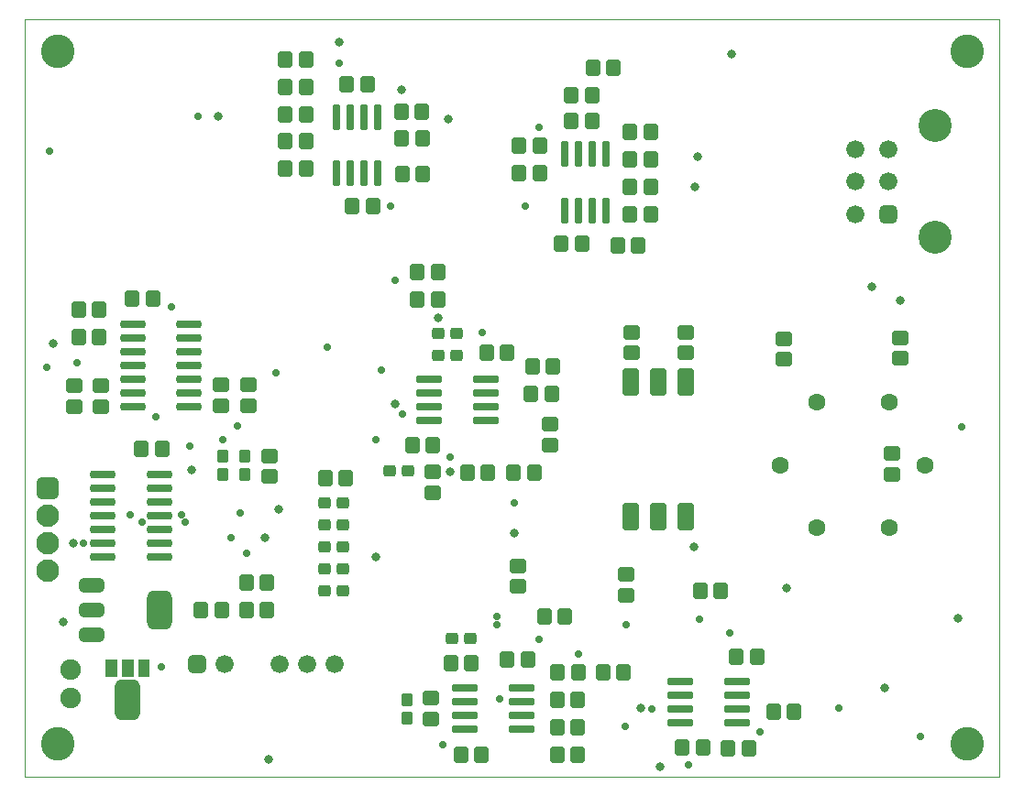
<source format=gts>
G04*
G04 #@! TF.GenerationSoftware,Altium Limited,Altium Designer,24.0.1 (36)*
G04*
G04 Layer_Color=8388736*
%FSLAX44Y44*%
%MOMM*%
G71*
G04*
G04 #@! TF.SameCoordinates,0B949CC5-81DD-4DDC-A94B-3872E86EF17A*
G04*
G04*
G04 #@! TF.FilePolarity,Negative*
G04*
G01*
G75*
%ADD12C,0.1000*%
G04:AMPARAMS|DCode=14|XSize=1.6mm|YSize=1.4mm|CornerRadius=0.375mm|HoleSize=0mm|Usage=FLASHONLY|Rotation=270.000|XOffset=0mm|YOffset=0mm|HoleType=Round|Shape=RoundedRectangle|*
%AMROUNDEDRECTD14*
21,1,1.6000,0.6500,0,0,270.0*
21,1,0.8500,1.4000,0,0,270.0*
1,1,0.7500,-0.3250,-0.4250*
1,1,0.7500,-0.3250,0.4250*
1,1,0.7500,0.3250,0.4250*
1,1,0.7500,0.3250,-0.4250*
%
%ADD14ROUNDEDRECTD14*%
%ADD15C,0.8000*%
G04:AMPARAMS|DCode=16|XSize=0.7mm|YSize=2.3mm|CornerRadius=0.2mm|HoleSize=0mm|Usage=FLASHONLY|Rotation=90.000|XOffset=0mm|YOffset=0mm|HoleType=Round|Shape=RoundedRectangle|*
%AMROUNDEDRECTD16*
21,1,0.7000,1.9000,0,0,90.0*
21,1,0.3000,2.3000,0,0,90.0*
1,1,0.4000,0.9500,0.1500*
1,1,0.4000,0.9500,-0.1500*
1,1,0.4000,-0.9500,-0.1500*
1,1,0.4000,-0.9500,0.1500*
%
%ADD16ROUNDEDRECTD16*%
G04:AMPARAMS|DCode=17|XSize=0.7mm|YSize=2.35mm|CornerRadius=0.2mm|HoleSize=0mm|Usage=FLASHONLY|Rotation=90.000|XOffset=0mm|YOffset=0mm|HoleType=Round|Shape=RoundedRectangle|*
%AMROUNDEDRECTD17*
21,1,0.7000,1.9500,0,0,90.0*
21,1,0.3000,2.3500,0,0,90.0*
1,1,0.4000,0.9750,0.1500*
1,1,0.4000,0.9750,-0.1500*
1,1,0.4000,-0.9750,-0.1500*
1,1,0.4000,-0.9750,0.1500*
%
%ADD17ROUNDEDRECTD17*%
G04:AMPARAMS|DCode=18|XSize=1.6mm|YSize=1.4mm|CornerRadius=0.375mm|HoleSize=0mm|Usage=FLASHONLY|Rotation=180.000|XOffset=0mm|YOffset=0mm|HoleType=Round|Shape=RoundedRectangle|*
%AMROUNDEDRECTD18*
21,1,1.6000,0.6500,0,0,180.0*
21,1,0.8500,1.4000,0,0,180.0*
1,1,0.7500,-0.4250,0.3250*
1,1,0.7500,0.4250,0.3250*
1,1,0.7500,0.4250,-0.3250*
1,1,0.7500,-0.4250,-0.3250*
%
%ADD18ROUNDEDRECTD18*%
G04:AMPARAMS|DCode=19|XSize=1.1mm|YSize=1.2mm|CornerRadius=0.3mm|HoleSize=0mm|Usage=FLASHONLY|Rotation=0.000|XOffset=0mm|YOffset=0mm|HoleType=Round|Shape=RoundedRectangle|*
%AMROUNDEDRECTD19*
21,1,1.1000,0.6000,0,0,0.0*
21,1,0.5000,1.2000,0,0,0.0*
1,1,0.6000,0.2500,-0.3000*
1,1,0.6000,-0.2500,-0.3000*
1,1,0.6000,-0.2500,0.3000*
1,1,0.6000,0.2500,0.3000*
%
%ADD19ROUNDEDRECTD19*%
G04:AMPARAMS|DCode=20|XSize=1.1mm|YSize=1.2mm|CornerRadius=0.3mm|HoleSize=0mm|Usage=FLASHONLY|Rotation=90.000|XOffset=0mm|YOffset=0mm|HoleType=Round|Shape=RoundedRectangle|*
%AMROUNDEDRECTD20*
21,1,1.1000,0.6000,0,0,90.0*
21,1,0.5000,1.2000,0,0,90.0*
1,1,0.6000,0.3000,0.2500*
1,1,0.6000,0.3000,-0.2500*
1,1,0.6000,-0.3000,-0.2500*
1,1,0.6000,-0.3000,0.2500*
%
%ADD20ROUNDEDRECTD20*%
G04:AMPARAMS|DCode=21|XSize=2.6mm|YSize=1.6mm|CornerRadius=0.425mm|HoleSize=0mm|Usage=FLASHONLY|Rotation=90.000|XOffset=0mm|YOffset=0mm|HoleType=Round|Shape=RoundedRectangle|*
%AMROUNDEDRECTD21*
21,1,2.6000,0.7500,0,0,90.0*
21,1,1.7500,1.6000,0,0,90.0*
1,1,0.8500,0.3750,0.8750*
1,1,0.8500,0.3750,-0.8750*
1,1,0.8500,-0.3750,-0.8750*
1,1,0.8500,-0.3750,0.8750*
%
%ADD21ROUNDEDRECTD21*%
G04:AMPARAMS|DCode=22|XSize=2.3mm|YSize=3.8mm|CornerRadius=0.6mm|HoleSize=0mm|Usage=FLASHONLY|Rotation=180.000|XOffset=0mm|YOffset=0mm|HoleType=Round|Shape=RoundedRectangle|*
%AMROUNDEDRECTD22*
21,1,2.3000,2.6000,0,0,180.0*
21,1,1.1000,3.8000,0,0,180.0*
1,1,1.2000,-0.5500,1.3000*
1,1,1.2000,0.5500,1.3000*
1,1,1.2000,0.5500,-1.3000*
1,1,1.2000,-0.5500,-1.3000*
%
%ADD22ROUNDEDRECTD22*%
G04:AMPARAMS|DCode=23|XSize=1.3mm|YSize=2.3mm|CornerRadius=0.35mm|HoleSize=0mm|Usage=FLASHONLY|Rotation=90.000|XOffset=0mm|YOffset=0mm|HoleType=Round|Shape=RoundedRectangle|*
%AMROUNDEDRECTD23*
21,1,1.3000,1.6000,0,0,90.0*
21,1,0.6000,2.3000,0,0,90.0*
1,1,0.7000,0.8000,0.3000*
1,1,0.7000,0.8000,-0.3000*
1,1,0.7000,-0.8000,-0.3000*
1,1,0.7000,-0.8000,0.3000*
%
%ADD23ROUNDEDRECTD23*%
G04:AMPARAMS|DCode=24|XSize=3.6mm|YSize=2.3mm|CornerRadius=0.6mm|HoleSize=0mm|Usage=FLASHONLY|Rotation=90.000|XOffset=0mm|YOffset=0mm|HoleType=Round|Shape=RoundedRectangle|*
%AMROUNDEDRECTD24*
21,1,3.6000,1.1000,0,0,90.0*
21,1,2.4000,2.3000,0,0,90.0*
1,1,1.2000,0.5500,1.2000*
1,1,1.2000,0.5500,-1.2000*
1,1,1.2000,-0.5500,-1.2000*
1,1,1.2000,-0.5500,1.2000*
%
%ADD24ROUNDEDRECTD24*%
G04:AMPARAMS|DCode=25|XSize=0.7mm|YSize=2.35mm|CornerRadius=0.2mm|HoleSize=0mm|Usage=FLASHONLY|Rotation=180.000|XOffset=0mm|YOffset=0mm|HoleType=Round|Shape=RoundedRectangle|*
%AMROUNDEDRECTD25*
21,1,0.7000,1.9500,0,0,180.0*
21,1,0.3000,2.3500,0,0,180.0*
1,1,0.4000,-0.1500,0.9750*
1,1,0.4000,0.1500,0.9750*
1,1,0.4000,0.1500,-0.9750*
1,1,0.4000,-0.1500,-0.9750*
%
%ADD25ROUNDEDRECTD25*%
%ADD26C,1.6000*%
%ADD27C,3.1000*%
G04:AMPARAMS|DCode=28|XSize=1.6724mm|YSize=1.6724mm|CornerRadius=0.4562mm|HoleSize=0mm|Usage=FLASHONLY|Rotation=270.000|XOffset=0mm|YOffset=0mm|HoleType=Round|Shape=RoundedRectangle|*
%AMROUNDEDRECTD28*
21,1,1.6724,0.7600,0,0,270.0*
21,1,0.7600,1.6724,0,0,270.0*
1,1,0.9124,-0.3800,-0.3800*
1,1,0.9124,-0.3800,0.3800*
1,1,0.9124,0.3800,0.3800*
1,1,0.9124,0.3800,-0.3800*
%
%ADD28ROUNDEDRECTD28*%
%ADD29C,1.6724*%
%ADD30C,3.0624*%
%ADD31C,1.9000*%
G04:AMPARAMS|DCode=32|XSize=2.1mm|YSize=2.1mm|CornerRadius=0.55mm|HoleSize=0mm|Usage=FLASHONLY|Rotation=270.000|XOffset=0mm|YOffset=0mm|HoleType=Round|Shape=RoundedRectangle|*
%AMROUNDEDRECTD32*
21,1,2.1000,1.0000,0,0,270.0*
21,1,1.0000,2.1000,0,0,270.0*
1,1,1.1000,-0.5000,-0.5000*
1,1,1.1000,-0.5000,0.5000*
1,1,1.1000,0.5000,0.5000*
1,1,1.1000,0.5000,-0.5000*
%
%ADD32ROUNDEDRECTD32*%
%ADD33C,2.1000*%
%ADD34C,1.6750*%
G04:AMPARAMS|DCode=35|XSize=1.675mm|YSize=1.675mm|CornerRadius=0.4438mm|HoleSize=0mm|Usage=FLASHONLY|Rotation=0.000|XOffset=0mm|YOffset=0mm|HoleType=Round|Shape=RoundedRectangle|*
%AMROUNDEDRECTD35*
21,1,1.6750,0.7875,0,0,0.0*
21,1,0.7875,1.6750,0,0,0.0*
1,1,0.8875,0.3938,-0.3938*
1,1,0.8875,-0.3938,-0.3938*
1,1,0.8875,-0.3938,0.3938*
1,1,0.8875,0.3938,0.3938*
%
%ADD35ROUNDEDRECTD35*%
%ADD36C,0.7000*%
G36*
X74750Y107750D02*
X85250D01*
Y92000D01*
X74750D01*
Y107750D01*
D02*
G37*
G36*
X89750D02*
X100250D01*
Y92000D01*
X89750D01*
Y107750D01*
D02*
G37*
G36*
X104750D02*
X115250D01*
Y92000D01*
X104750D01*
Y107750D01*
D02*
G37*
D12*
X0Y0D02*
X900000D01*
X0Y700000D02*
X900000D01*
Y0D02*
Y700000D01*
X0Y0D02*
Y700000D01*
D14*
X498500Y148000D02*
D03*
X479500D02*
D03*
X487500Y379000D02*
D03*
X468500D02*
D03*
X467500Y354000D02*
D03*
X486500D02*
D03*
X464500Y108000D02*
D03*
X445500D02*
D03*
X402500Y20000D02*
D03*
X421500D02*
D03*
X412500Y105000D02*
D03*
X393500D02*
D03*
X68750Y431250D02*
D03*
X49750D02*
D03*
X223750Y153750D02*
D03*
X204750D02*
D03*
X181750Y154000D02*
D03*
X162750D02*
D03*
X259500Y663000D02*
D03*
X240500D02*
D03*
X259500Y637250D02*
D03*
X240500D02*
D03*
X347750Y614750D02*
D03*
X366750D02*
D03*
X240500Y587000D02*
D03*
X259500D02*
D03*
X240500Y562000D02*
D03*
X259500D02*
D03*
X543500Y655000D02*
D03*
X524500D02*
D03*
X321500Y527000D02*
D03*
X302500D02*
D03*
X504500Y630000D02*
D03*
X523500D02*
D03*
X504750Y606000D02*
D03*
X523750D02*
D03*
X495312Y492834D02*
D03*
X514312D02*
D03*
X475500Y558000D02*
D03*
X456500D02*
D03*
X558905Y519924D02*
D03*
X577906D02*
D03*
X559000Y596000D02*
D03*
X578000D02*
D03*
X470500Y281000D02*
D03*
X451500D02*
D03*
X642500Y172000D02*
D03*
X623500D02*
D03*
X491500Y20000D02*
D03*
X510500D02*
D03*
X533891Y96087D02*
D03*
X552891D02*
D03*
X510641Y45837D02*
D03*
X491641D02*
D03*
X491891Y96087D02*
D03*
X510891D02*
D03*
X491641Y70837D02*
D03*
X510641D02*
D03*
X362334Y440712D02*
D03*
X381334D02*
D03*
X381465Y466035D02*
D03*
X362465D02*
D03*
X691500Y60000D02*
D03*
X710500D02*
D03*
X649510Y26207D02*
D03*
X668510D02*
D03*
X296500Y276000D02*
D03*
X277500D02*
D03*
X68750Y406000D02*
D03*
X49750D02*
D03*
X223711Y179641D02*
D03*
X204711D02*
D03*
X117985Y441494D02*
D03*
X98985D02*
D03*
X297250Y640000D02*
D03*
X316250D02*
D03*
X426527Y391411D02*
D03*
X445527D02*
D03*
X475500Y583000D02*
D03*
X456500D02*
D03*
X657084Y111000D02*
D03*
X676084D02*
D03*
X348500Y557000D02*
D03*
X367500D02*
D03*
X547237Y490971D02*
D03*
X566237D02*
D03*
X377000Y306000D02*
D03*
X358000D02*
D03*
X607066Y26475D02*
D03*
X626067D02*
D03*
X367000Y589750D02*
D03*
X348000D02*
D03*
X240500Y612000D02*
D03*
X259500D02*
D03*
X408500Y281000D02*
D03*
X427500D02*
D03*
X577750Y545250D02*
D03*
X558750D02*
D03*
X577750Y570500D02*
D03*
X558750D02*
D03*
X107500Y303000D02*
D03*
X126500D02*
D03*
D15*
X391000Y608000D02*
D03*
X290000Y679000D02*
D03*
X794000Y82000D02*
D03*
X617500Y212500D02*
D03*
X569000Y63000D02*
D03*
X703000Y174000D02*
D03*
X652500Y667500D02*
D03*
X225000Y16000D02*
D03*
X348000Y635000D02*
D03*
X154000Y283000D02*
D03*
X178500Y610000D02*
D03*
X621000Y573000D02*
D03*
X619000Y545000D02*
D03*
X782000Y453000D02*
D03*
X808000Y440000D02*
D03*
X342000Y344000D02*
D03*
X324000Y203000D02*
D03*
X382022Y423803D02*
D03*
X45000Y216000D02*
D03*
X393068Y282000D02*
D03*
X452000Y225000D02*
D03*
X26000Y400000D02*
D03*
X222000Y221000D02*
D03*
X234000Y247000D02*
D03*
X862000Y146000D02*
D03*
X586500Y8906D02*
D03*
X35000Y143000D02*
D03*
D16*
X72000Y279450D02*
D03*
Y266750D02*
D03*
Y254050D02*
D03*
Y241350D02*
D03*
Y228650D02*
D03*
Y215950D02*
D03*
Y203250D02*
D03*
X124000Y279450D02*
D03*
Y266750D02*
D03*
Y254050D02*
D03*
Y241350D02*
D03*
Y228650D02*
D03*
Y215950D02*
D03*
Y203250D02*
D03*
X99750Y418000D02*
D03*
Y405300D02*
D03*
Y392600D02*
D03*
Y379900D02*
D03*
Y367200D02*
D03*
Y354500D02*
D03*
Y341800D02*
D03*
X151750Y418000D02*
D03*
Y405300D02*
D03*
Y392600D02*
D03*
Y379900D02*
D03*
Y367200D02*
D03*
Y354500D02*
D03*
Y341800D02*
D03*
D17*
X458500Y43450D02*
D03*
Y56150D02*
D03*
Y68850D02*
D03*
Y81550D02*
D03*
X406500Y43450D02*
D03*
Y56150D02*
D03*
Y68850D02*
D03*
Y81550D02*
D03*
X373462Y367610D02*
D03*
Y354910D02*
D03*
Y342210D02*
D03*
Y329510D02*
D03*
X425462Y367610D02*
D03*
Y354910D02*
D03*
Y342210D02*
D03*
Y329510D02*
D03*
X605500Y87800D02*
D03*
Y75100D02*
D03*
Y62400D02*
D03*
Y49700D02*
D03*
X657500Y87800D02*
D03*
Y75100D02*
D03*
Y62400D02*
D03*
Y49700D02*
D03*
D18*
X455000Y175500D02*
D03*
Y194500D02*
D03*
X485000Y306500D02*
D03*
Y325500D02*
D03*
X375000Y72500D02*
D03*
Y53500D02*
D03*
X808000Y386500D02*
D03*
Y405500D02*
D03*
X801000Y279500D02*
D03*
Y298500D02*
D03*
X226000Y277500D02*
D03*
Y296500D02*
D03*
X701000Y385500D02*
D03*
Y404500D02*
D03*
X560000Y391500D02*
D03*
Y410500D02*
D03*
X610000Y391500D02*
D03*
Y410500D02*
D03*
X555000Y167500D02*
D03*
Y186500D02*
D03*
X45250Y342000D02*
D03*
Y361000D02*
D03*
X206400Y342986D02*
D03*
Y361986D02*
D03*
X70500Y342000D02*
D03*
Y361000D02*
D03*
X181250Y343000D02*
D03*
Y362000D02*
D03*
X377000Y262500D02*
D03*
Y281500D02*
D03*
D19*
X352500Y54000D02*
D03*
Y71000D02*
D03*
X183000Y279500D02*
D03*
Y296500D02*
D03*
X203000Y279500D02*
D03*
Y296500D02*
D03*
D20*
X394285Y127640D02*
D03*
X411285D02*
D03*
X353924Y282500D02*
D03*
X336924D02*
D03*
X381500Y389000D02*
D03*
X398500D02*
D03*
X293750Y252750D02*
D03*
X276750D02*
D03*
X398750Y409500D02*
D03*
X381750D02*
D03*
X294000Y191750D02*
D03*
X277000D02*
D03*
X294000Y171750D02*
D03*
X277000D02*
D03*
X294000Y211965D02*
D03*
X277000D02*
D03*
X294000Y232250D02*
D03*
X277000D02*
D03*
D21*
X559600Y365000D02*
D03*
X585000D02*
D03*
X610400D02*
D03*
Y240000D02*
D03*
X585000D02*
D03*
X559600D02*
D03*
D22*
X95000Y70600D02*
D03*
D23*
X62000Y177000D02*
D03*
Y154000D02*
D03*
Y131000D02*
D03*
D24*
X124000Y154000D02*
D03*
D25*
X287700Y557750D02*
D03*
X300400D02*
D03*
X313100D02*
D03*
X325800D02*
D03*
X287700Y609750D02*
D03*
X300400D02*
D03*
X313100D02*
D03*
X325800D02*
D03*
X498200Y523250D02*
D03*
X510900D02*
D03*
X523600D02*
D03*
X536300D02*
D03*
X498200Y575250D02*
D03*
X510900D02*
D03*
X523600D02*
D03*
X536300D02*
D03*
D26*
X697500Y287977D02*
D03*
X731000Y229953D02*
D03*
X831500Y287977D02*
D03*
X798000Y229953D02*
D03*
X731000Y346000D02*
D03*
X798000D02*
D03*
D27*
X870000Y30000D02*
D03*
Y670000D02*
D03*
X30000D02*
D03*
Y30000D02*
D03*
D28*
X797000Y520000D02*
D03*
D29*
Y550000D02*
D03*
Y580000D02*
D03*
X767000Y520000D02*
D03*
Y550000D02*
D03*
Y580000D02*
D03*
D30*
X840200Y498500D02*
D03*
Y601500D02*
D03*
D31*
X41755Y98750D02*
D03*
Y72750D02*
D03*
D32*
X21000Y266800D02*
D03*
D33*
Y190600D02*
D03*
Y216000D02*
D03*
Y241400D02*
D03*
D34*
X285800Y103780D02*
D03*
X260400D02*
D03*
X235000D02*
D03*
X184200D02*
D03*
D35*
X158800D02*
D03*
D36*
X679000Y41000D02*
D03*
X324000Y311000D02*
D03*
X349000Y335000D02*
D03*
X827000Y37000D02*
D03*
X865000Y323000D02*
D03*
X23000Y578000D02*
D03*
X554000Y46000D02*
D03*
X452000Y253000D02*
D03*
X54000Y216000D02*
D03*
X435500Y140000D02*
D03*
Y148000D02*
D03*
X555000Y140000D02*
D03*
X475000Y127000D02*
D03*
X120858Y332500D02*
D03*
X108000Y235000D02*
D03*
X190538Y220538D02*
D03*
X20000Y378000D02*
D03*
X279000Y397000D02*
D03*
X393000Y295000D02*
D03*
X342163Y458436D02*
D03*
X462000Y527000D02*
D03*
X338000D02*
D03*
X651000Y133000D02*
D03*
X511000Y113000D02*
D03*
X329000Y376000D02*
D03*
X199000Y244000D02*
D03*
X232000Y373000D02*
D03*
X386000Y29000D02*
D03*
X438000Y72000D02*
D03*
X752000Y63000D02*
D03*
X579000Y62000D02*
D03*
X623000Y145000D02*
D03*
X205000Y205979D02*
D03*
X97000Y242000D02*
D03*
X290000Y659000D02*
D03*
X160000Y610000D02*
D03*
X135000Y434234D02*
D03*
X196000Y324000D02*
D03*
X183000Y310929D02*
D03*
X148383Y234750D02*
D03*
X152000Y305000D02*
D03*
X145000Y242000D02*
D03*
X126000Y101000D02*
D03*
X47667Y382695D02*
D03*
X422500Y410000D02*
D03*
X613000Y11000D02*
D03*
X475000Y600000D02*
D03*
M02*

</source>
